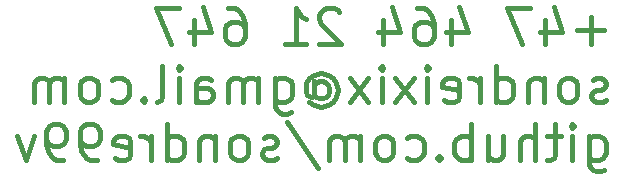
<source format=gbr>
G04 #@! TF.GenerationSoftware,KiCad,Pcbnew,(5.1.0)-1*
G04 #@! TF.CreationDate,2019-04-03T23:27:00+02:00*
G04 #@! TF.ProjectId,BusinessSynth,42757369-6e65-4737-9353-796e74682e6b,rev?*
G04 #@! TF.SameCoordinates,Original*
G04 #@! TF.FileFunction,Legend,Bot*
G04 #@! TF.FilePolarity,Positive*
%FSLAX46Y46*%
G04 Gerber Fmt 4.6, Leading zero omitted, Abs format (unit mm)*
G04 Created by KiCad (PCBNEW (5.1.0)-1) date 2019-04-03 23:27:00*
%MOMM*%
%LPD*%
G04 APERTURE LIST*
%ADD10C,0.400000*%
G04 APERTURE END LIST*
D10*
X186025714Y-110314285D02*
X183740000Y-110314285D01*
X184882857Y-111457142D02*
X184882857Y-109171428D01*
X181025714Y-109457142D02*
X181025714Y-111457142D01*
X181740000Y-108314285D02*
X182454285Y-110457142D01*
X180597142Y-110457142D01*
X179740000Y-108457142D02*
X177740000Y-108457142D01*
X179025714Y-111457142D01*
X173025714Y-109457142D02*
X173025714Y-111457142D01*
X173740000Y-108314285D02*
X174454285Y-110457142D01*
X172597142Y-110457142D01*
X170168571Y-108457142D02*
X170740000Y-108457142D01*
X171025714Y-108600000D01*
X171168571Y-108742857D01*
X171454285Y-109171428D01*
X171597142Y-109742857D01*
X171597142Y-110885714D01*
X171454285Y-111171428D01*
X171311428Y-111314285D01*
X171025714Y-111457142D01*
X170454285Y-111457142D01*
X170168571Y-111314285D01*
X170025714Y-111171428D01*
X169882857Y-110885714D01*
X169882857Y-110171428D01*
X170025714Y-109885714D01*
X170168571Y-109742857D01*
X170454285Y-109600000D01*
X171025714Y-109600000D01*
X171311428Y-109742857D01*
X171454285Y-109885714D01*
X171597142Y-110171428D01*
X167311428Y-109457142D02*
X167311428Y-111457142D01*
X168025714Y-108314285D02*
X168740000Y-110457142D01*
X166882857Y-110457142D01*
X163597142Y-108742857D02*
X163454285Y-108600000D01*
X163168571Y-108457142D01*
X162454285Y-108457142D01*
X162168571Y-108600000D01*
X162025714Y-108742857D01*
X161882857Y-109028571D01*
X161882857Y-109314285D01*
X162025714Y-109742857D01*
X163740000Y-111457142D01*
X161882857Y-111457142D01*
X159025714Y-111457142D02*
X160740000Y-111457142D01*
X159882857Y-111457142D02*
X159882857Y-108457142D01*
X160168571Y-108885714D01*
X160454285Y-109171428D01*
X160740000Y-109314285D01*
X154168571Y-108457142D02*
X154740000Y-108457142D01*
X155025714Y-108600000D01*
X155168571Y-108742857D01*
X155454285Y-109171428D01*
X155597142Y-109742857D01*
X155597142Y-110885714D01*
X155454285Y-111171428D01*
X155311428Y-111314285D01*
X155025714Y-111457142D01*
X154454285Y-111457142D01*
X154168571Y-111314285D01*
X154025714Y-111171428D01*
X153882857Y-110885714D01*
X153882857Y-110171428D01*
X154025714Y-109885714D01*
X154168571Y-109742857D01*
X154454285Y-109600000D01*
X155025714Y-109600000D01*
X155311428Y-109742857D01*
X155454285Y-109885714D01*
X155597142Y-110171428D01*
X151311428Y-109457142D02*
X151311428Y-111457142D01*
X152025714Y-108314285D02*
X152740000Y-110457142D01*
X150882857Y-110457142D01*
X150025714Y-108457142D02*
X148025714Y-108457142D01*
X149311428Y-111457142D01*
X186168571Y-116214285D02*
X185882857Y-116357142D01*
X185311428Y-116357142D01*
X185025714Y-116214285D01*
X184882857Y-115928571D01*
X184882857Y-115785714D01*
X185025714Y-115500000D01*
X185311428Y-115357142D01*
X185740000Y-115357142D01*
X186025714Y-115214285D01*
X186168571Y-114928571D01*
X186168571Y-114785714D01*
X186025714Y-114500000D01*
X185740000Y-114357142D01*
X185311428Y-114357142D01*
X185025714Y-114500000D01*
X183168571Y-116357142D02*
X183454285Y-116214285D01*
X183597142Y-116071428D01*
X183740000Y-115785714D01*
X183740000Y-114928571D01*
X183597142Y-114642857D01*
X183454285Y-114500000D01*
X183168571Y-114357142D01*
X182740000Y-114357142D01*
X182454285Y-114500000D01*
X182311428Y-114642857D01*
X182168571Y-114928571D01*
X182168571Y-115785714D01*
X182311428Y-116071428D01*
X182454285Y-116214285D01*
X182740000Y-116357142D01*
X183168571Y-116357142D01*
X180882857Y-114357142D02*
X180882857Y-116357142D01*
X180882857Y-114642857D02*
X180740000Y-114500000D01*
X180454285Y-114357142D01*
X180025714Y-114357142D01*
X179740000Y-114500000D01*
X179597142Y-114785714D01*
X179597142Y-116357142D01*
X176882857Y-116357142D02*
X176882857Y-113357142D01*
X176882857Y-116214285D02*
X177168571Y-116357142D01*
X177740000Y-116357142D01*
X178025714Y-116214285D01*
X178168571Y-116071428D01*
X178311428Y-115785714D01*
X178311428Y-114928571D01*
X178168571Y-114642857D01*
X178025714Y-114500000D01*
X177740000Y-114357142D01*
X177168571Y-114357142D01*
X176882857Y-114500000D01*
X175454285Y-116357142D02*
X175454285Y-114357142D01*
X175454285Y-114928571D02*
X175311428Y-114642857D01*
X175168571Y-114500000D01*
X174882857Y-114357142D01*
X174597142Y-114357142D01*
X172454285Y-116214285D02*
X172739999Y-116357142D01*
X173311428Y-116357142D01*
X173597142Y-116214285D01*
X173739999Y-115928571D01*
X173739999Y-114785714D01*
X173597142Y-114500000D01*
X173311428Y-114357142D01*
X172739999Y-114357142D01*
X172454285Y-114500000D01*
X172311428Y-114785714D01*
X172311428Y-115071428D01*
X173739999Y-115357142D01*
X171025714Y-116357142D02*
X171025714Y-114357142D01*
X171025714Y-113357142D02*
X171168571Y-113500000D01*
X171025714Y-113642857D01*
X170882857Y-113500000D01*
X171025714Y-113357142D01*
X171025714Y-113642857D01*
X169882857Y-116357142D02*
X168311428Y-114357142D01*
X169882857Y-114357142D02*
X168311428Y-116357142D01*
X167168571Y-116357142D02*
X167168571Y-114357142D01*
X167168571Y-113357142D02*
X167311428Y-113500000D01*
X167168571Y-113642857D01*
X167025714Y-113500000D01*
X167168571Y-113357142D01*
X167168571Y-113642857D01*
X166025714Y-116357142D02*
X164454285Y-114357142D01*
X166025714Y-114357142D02*
X164454285Y-116357142D01*
X161454285Y-114928571D02*
X161597142Y-114785714D01*
X161882857Y-114642857D01*
X162168571Y-114642857D01*
X162454285Y-114785714D01*
X162597142Y-114928571D01*
X162739999Y-115214285D01*
X162739999Y-115500000D01*
X162597142Y-115785714D01*
X162454285Y-115928571D01*
X162168571Y-116071428D01*
X161882857Y-116071428D01*
X161597142Y-115928571D01*
X161454285Y-115785714D01*
X161454285Y-114642857D02*
X161454285Y-115785714D01*
X161311428Y-115928571D01*
X161168571Y-115928571D01*
X160882857Y-115785714D01*
X160739999Y-115500000D01*
X160739999Y-114785714D01*
X161025714Y-114357142D01*
X161454285Y-114071428D01*
X162025714Y-113928571D01*
X162597142Y-114071428D01*
X163025714Y-114357142D01*
X163311428Y-114785714D01*
X163454285Y-115357142D01*
X163311428Y-115928571D01*
X163025714Y-116357142D01*
X162597142Y-116642857D01*
X162025714Y-116785714D01*
X161454285Y-116642857D01*
X161025714Y-116357142D01*
X158168571Y-114357142D02*
X158168571Y-116785714D01*
X158311428Y-117071428D01*
X158454285Y-117214285D01*
X158739999Y-117357142D01*
X159168571Y-117357142D01*
X159454285Y-117214285D01*
X158168571Y-116214285D02*
X158454285Y-116357142D01*
X159025714Y-116357142D01*
X159311428Y-116214285D01*
X159454285Y-116071428D01*
X159597142Y-115785714D01*
X159597142Y-114928571D01*
X159454285Y-114642857D01*
X159311428Y-114500000D01*
X159025714Y-114357142D01*
X158454285Y-114357142D01*
X158168571Y-114500000D01*
X156739999Y-116357142D02*
X156739999Y-114357142D01*
X156739999Y-114642857D02*
X156597142Y-114500000D01*
X156311428Y-114357142D01*
X155882857Y-114357142D01*
X155597142Y-114500000D01*
X155454285Y-114785714D01*
X155454285Y-116357142D01*
X155454285Y-114785714D02*
X155311428Y-114500000D01*
X155025714Y-114357142D01*
X154597142Y-114357142D01*
X154311428Y-114500000D01*
X154168571Y-114785714D01*
X154168571Y-116357142D01*
X151454285Y-116357142D02*
X151454285Y-114785714D01*
X151597142Y-114500000D01*
X151882857Y-114357142D01*
X152454285Y-114357142D01*
X152739999Y-114500000D01*
X151454285Y-116214285D02*
X151739999Y-116357142D01*
X152454285Y-116357142D01*
X152739999Y-116214285D01*
X152882857Y-115928571D01*
X152882857Y-115642857D01*
X152739999Y-115357142D01*
X152454285Y-115214285D01*
X151739999Y-115214285D01*
X151454285Y-115071428D01*
X150025714Y-116357142D02*
X150025714Y-114357142D01*
X150025714Y-113357142D02*
X150168571Y-113500000D01*
X150025714Y-113642857D01*
X149882857Y-113500000D01*
X150025714Y-113357142D01*
X150025714Y-113642857D01*
X148168571Y-116357142D02*
X148454285Y-116214285D01*
X148597142Y-115928571D01*
X148597142Y-113357142D01*
X147025714Y-116071428D02*
X146882857Y-116214285D01*
X147025714Y-116357142D01*
X147168571Y-116214285D01*
X147025714Y-116071428D01*
X147025714Y-116357142D01*
X144311428Y-116214285D02*
X144597142Y-116357142D01*
X145168571Y-116357142D01*
X145454285Y-116214285D01*
X145597142Y-116071428D01*
X145739999Y-115785714D01*
X145739999Y-114928571D01*
X145597142Y-114642857D01*
X145454285Y-114500000D01*
X145168571Y-114357142D01*
X144597142Y-114357142D01*
X144311428Y-114500000D01*
X142597142Y-116357142D02*
X142882857Y-116214285D01*
X143025714Y-116071428D01*
X143168571Y-115785714D01*
X143168571Y-114928571D01*
X143025714Y-114642857D01*
X142882857Y-114500000D01*
X142597142Y-114357142D01*
X142168571Y-114357142D01*
X141882857Y-114500000D01*
X141739999Y-114642857D01*
X141597142Y-114928571D01*
X141597142Y-115785714D01*
X141739999Y-116071428D01*
X141882857Y-116214285D01*
X142168571Y-116357142D01*
X142597142Y-116357142D01*
X140311428Y-116357142D02*
X140311428Y-114357142D01*
X140311428Y-114642857D02*
X140168571Y-114500000D01*
X139882857Y-114357142D01*
X139454285Y-114357142D01*
X139168571Y-114500000D01*
X139025714Y-114785714D01*
X139025714Y-116357142D01*
X139025714Y-114785714D02*
X138882857Y-114500000D01*
X138597142Y-114357142D01*
X138168571Y-114357142D01*
X137882857Y-114500000D01*
X137739999Y-114785714D01*
X137739999Y-116357142D01*
X184740000Y-119257142D02*
X184740000Y-121685714D01*
X184882857Y-121971428D01*
X185025714Y-122114285D01*
X185311428Y-122257142D01*
X185740000Y-122257142D01*
X186025714Y-122114285D01*
X184740000Y-121114285D02*
X185025714Y-121257142D01*
X185597142Y-121257142D01*
X185882857Y-121114285D01*
X186025714Y-120971428D01*
X186168571Y-120685714D01*
X186168571Y-119828571D01*
X186025714Y-119542857D01*
X185882857Y-119400000D01*
X185597142Y-119257142D01*
X185025714Y-119257142D01*
X184740000Y-119400000D01*
X183311428Y-121257142D02*
X183311428Y-119257142D01*
X183311428Y-118257142D02*
X183454285Y-118400000D01*
X183311428Y-118542857D01*
X183168571Y-118400000D01*
X183311428Y-118257142D01*
X183311428Y-118542857D01*
X182311428Y-119257142D02*
X181168571Y-119257142D01*
X181882857Y-118257142D02*
X181882857Y-120828571D01*
X181740000Y-121114285D01*
X181454285Y-121257142D01*
X181168571Y-121257142D01*
X180168571Y-121257142D02*
X180168571Y-118257142D01*
X178882857Y-121257142D02*
X178882857Y-119685714D01*
X179025714Y-119400000D01*
X179311428Y-119257142D01*
X179740000Y-119257142D01*
X180025714Y-119400000D01*
X180168571Y-119542857D01*
X176168571Y-119257142D02*
X176168571Y-121257142D01*
X177454285Y-119257142D02*
X177454285Y-120828571D01*
X177311428Y-121114285D01*
X177025714Y-121257142D01*
X176597142Y-121257142D01*
X176311428Y-121114285D01*
X176168571Y-120971428D01*
X174740000Y-121257142D02*
X174740000Y-118257142D01*
X174740000Y-119400000D02*
X174454285Y-119257142D01*
X173882857Y-119257142D01*
X173597142Y-119400000D01*
X173454285Y-119542857D01*
X173311428Y-119828571D01*
X173311428Y-120685714D01*
X173454285Y-120971428D01*
X173597142Y-121114285D01*
X173882857Y-121257142D01*
X174454285Y-121257142D01*
X174740000Y-121114285D01*
X172025714Y-120971428D02*
X171882857Y-121114285D01*
X172025714Y-121257142D01*
X172168571Y-121114285D01*
X172025714Y-120971428D01*
X172025714Y-121257142D01*
X169311428Y-121114285D02*
X169597142Y-121257142D01*
X170168571Y-121257142D01*
X170454285Y-121114285D01*
X170597142Y-120971428D01*
X170740000Y-120685714D01*
X170740000Y-119828571D01*
X170597142Y-119542857D01*
X170454285Y-119400000D01*
X170168571Y-119257142D01*
X169597142Y-119257142D01*
X169311428Y-119400000D01*
X167597142Y-121257142D02*
X167882857Y-121114285D01*
X168025714Y-120971428D01*
X168168571Y-120685714D01*
X168168571Y-119828571D01*
X168025714Y-119542857D01*
X167882857Y-119400000D01*
X167597142Y-119257142D01*
X167168571Y-119257142D01*
X166882857Y-119400000D01*
X166740000Y-119542857D01*
X166597142Y-119828571D01*
X166597142Y-120685714D01*
X166740000Y-120971428D01*
X166882857Y-121114285D01*
X167168571Y-121257142D01*
X167597142Y-121257142D01*
X165311428Y-121257142D02*
X165311428Y-119257142D01*
X165311428Y-119542857D02*
X165168571Y-119400000D01*
X164882857Y-119257142D01*
X164454285Y-119257142D01*
X164168571Y-119400000D01*
X164025714Y-119685714D01*
X164025714Y-121257142D01*
X164025714Y-119685714D02*
X163882857Y-119400000D01*
X163597142Y-119257142D01*
X163168571Y-119257142D01*
X162882857Y-119400000D01*
X162740000Y-119685714D01*
X162740000Y-121257142D01*
X159168571Y-118114285D02*
X161740000Y-121971428D01*
X158311428Y-121114285D02*
X158025714Y-121257142D01*
X157454285Y-121257142D01*
X157168571Y-121114285D01*
X157025714Y-120828571D01*
X157025714Y-120685714D01*
X157168571Y-120400000D01*
X157454285Y-120257142D01*
X157882857Y-120257142D01*
X158168571Y-120114285D01*
X158311428Y-119828571D01*
X158311428Y-119685714D01*
X158168571Y-119400000D01*
X157882857Y-119257142D01*
X157454285Y-119257142D01*
X157168571Y-119400000D01*
X155311428Y-121257142D02*
X155597142Y-121114285D01*
X155740000Y-120971428D01*
X155882857Y-120685714D01*
X155882857Y-119828571D01*
X155740000Y-119542857D01*
X155597142Y-119400000D01*
X155311428Y-119257142D01*
X154882857Y-119257142D01*
X154597142Y-119400000D01*
X154454285Y-119542857D01*
X154311428Y-119828571D01*
X154311428Y-120685714D01*
X154454285Y-120971428D01*
X154597142Y-121114285D01*
X154882857Y-121257142D01*
X155311428Y-121257142D01*
X153025714Y-119257142D02*
X153025714Y-121257142D01*
X153025714Y-119542857D02*
X152882857Y-119400000D01*
X152597142Y-119257142D01*
X152168571Y-119257142D01*
X151882857Y-119400000D01*
X151740000Y-119685714D01*
X151740000Y-121257142D01*
X149025714Y-121257142D02*
X149025714Y-118257142D01*
X149025714Y-121114285D02*
X149311428Y-121257142D01*
X149882857Y-121257142D01*
X150168571Y-121114285D01*
X150311428Y-120971428D01*
X150454285Y-120685714D01*
X150454285Y-119828571D01*
X150311428Y-119542857D01*
X150168571Y-119400000D01*
X149882857Y-119257142D01*
X149311428Y-119257142D01*
X149025714Y-119400000D01*
X147597142Y-121257142D02*
X147597142Y-119257142D01*
X147597142Y-119828571D02*
X147454285Y-119542857D01*
X147311428Y-119400000D01*
X147025714Y-119257142D01*
X146740000Y-119257142D01*
X144597142Y-121114285D02*
X144882857Y-121257142D01*
X145454285Y-121257142D01*
X145740000Y-121114285D01*
X145882857Y-120828571D01*
X145882857Y-119685714D01*
X145740000Y-119400000D01*
X145454285Y-119257142D01*
X144882857Y-119257142D01*
X144597142Y-119400000D01*
X144454285Y-119685714D01*
X144454285Y-119971428D01*
X145882857Y-120257142D01*
X143025714Y-121257142D02*
X142454285Y-121257142D01*
X142168571Y-121114285D01*
X142025714Y-120971428D01*
X141740000Y-120542857D01*
X141597142Y-119971428D01*
X141597142Y-118828571D01*
X141740000Y-118542857D01*
X141882857Y-118400000D01*
X142168571Y-118257142D01*
X142740000Y-118257142D01*
X143025714Y-118400000D01*
X143168571Y-118542857D01*
X143311428Y-118828571D01*
X143311428Y-119542857D01*
X143168571Y-119828571D01*
X143025714Y-119971428D01*
X142740000Y-120114285D01*
X142168571Y-120114285D01*
X141882857Y-119971428D01*
X141740000Y-119828571D01*
X141597142Y-119542857D01*
X140168571Y-121257142D02*
X139597142Y-121257142D01*
X139311428Y-121114285D01*
X139168571Y-120971428D01*
X138882857Y-120542857D01*
X138740000Y-119971428D01*
X138740000Y-118828571D01*
X138882857Y-118542857D01*
X139025714Y-118400000D01*
X139311428Y-118257142D01*
X139882857Y-118257142D01*
X140168571Y-118400000D01*
X140311428Y-118542857D01*
X140454285Y-118828571D01*
X140454285Y-119542857D01*
X140311428Y-119828571D01*
X140168571Y-119971428D01*
X139882857Y-120114285D01*
X139311428Y-120114285D01*
X139025714Y-119971428D01*
X138882857Y-119828571D01*
X138740000Y-119542857D01*
X137740000Y-119257142D02*
X137025714Y-121257142D01*
X136311428Y-119257142D01*
M02*

</source>
